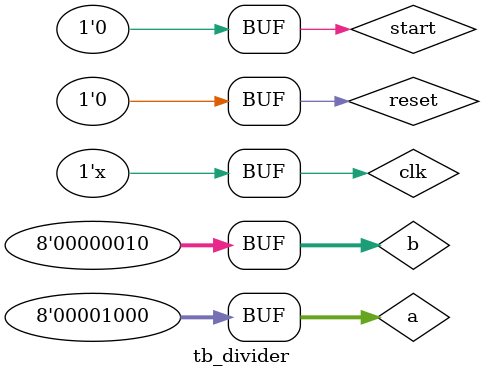
<source format=v>
`timescale 1ns / 1ps


module tb_divider;

	// Inputs
	reg clk;
	reg start;
	reg reset;
	reg [7:0] a;
	reg [7:0] b;

	// Outputs
	wire [7:0] div;
	wire [7:0] mod;
	wire rdy;
	wire div_err;

	// Instantiate the Unit Under Test (UUT)
	div_N uut (
		.clk(clk), 
		.start(start), 
		.reset(reset), 
		.a(a), 
		.b(b), 
		.div(div), 
		.mod(mod), 
		.rdy(rdy), 
		.div_err(div_err)
	);
	always #5 clk = ~clk;
	initial begin
		// Initialize Inputs
		clk = 0;
		start = 0;
		reset = 0;
		a = 0;
		b = 0;

		// Wait 100 ns for global reset to finish
		#100;
		a = 8'h08;
		b = 8'h02;
		start = 1;
		#20
		start = 0;
        
		// Add stimulus here

	end
      
endmodule


</source>
